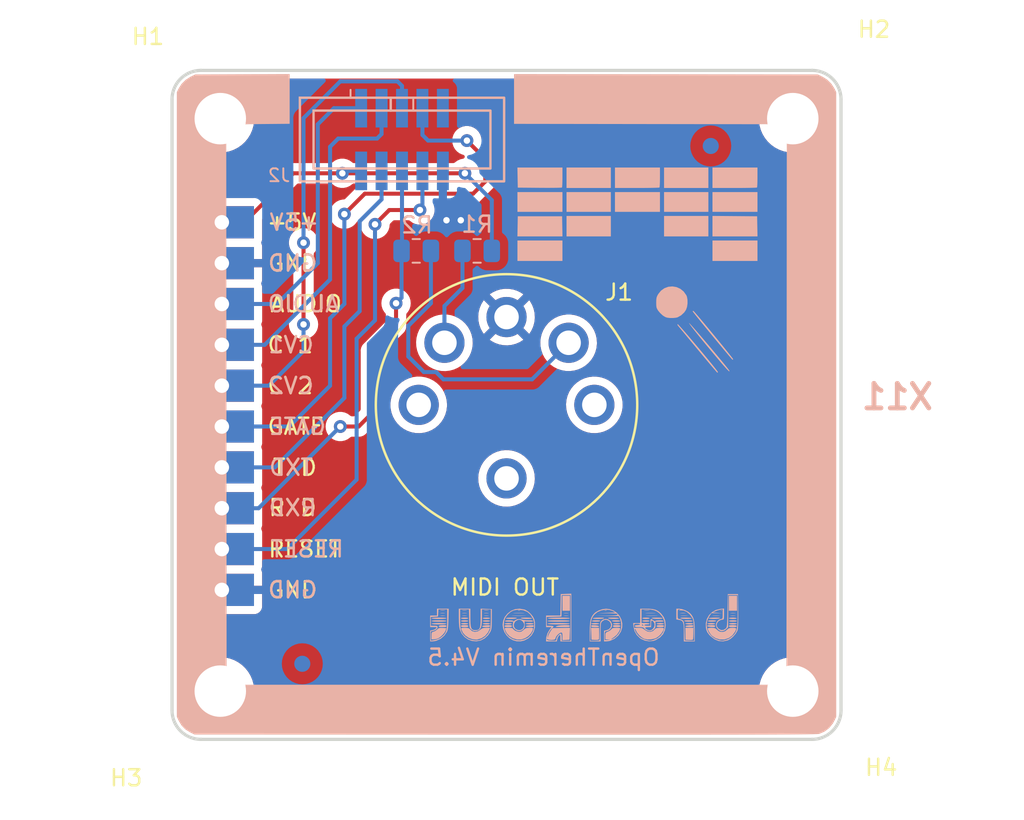
<source format=kicad_pcb>
(kicad_pcb (version 20211014) (generator pcbnew)
  (layers (0 "F.Cu" signal) (31 "B.Cu" signal) (34 "B.Paste" user) (35 "F.Paste" user) (36 "B.SilkS" user "B.Silkscreen") (37 "F.SilkS" user "F.Silkscreen") (38 "B.Mask" user) (39 "F.Mask" user) (44 "Edge.Cuts" user))
  (net 0 "")
  (net 2 "GND")
  (net 3 "Net-(J1-Pad2)")
  (net 4 "Net-(J1-Pad4)")
  (net 7 "AUDIO")
  (net 8 "+5V")
  (net 9 "CV1")
  (net 10 "TXD")
  (net 11 "CV2")
  (net 12 "RXD")
  (net 13 "GATE")
  (net 14 "RESET")
  (footprint "MountingHole:MountingHole_3.2mm_M3" (layer "F.Cu") (at 117.8 117.8)
    (fp_text reference "H4" (at 5.5 4.75) (layer "F.SilkS"))
    (fp_text value "MountingHole")
    (pad "" np_thru_hole circle (at 0 0) (size 3.2 3.2) (drill 3.2) (layers *.Cu *.Mask))
  )
  (footprint "GaudiLabsFootPrints:PAD_SMD_4x2mm_ThroughHole" (layer "F.Cu") (at 82.296 106.426)
    (fp_text reference "X6" hide)
    (fp_text value "RXD" (at 4.404 -0.026) (layer "B.SilkS") (effects (justify mirror)))
    (pad "1" thru_hole rect (at 0 0) (size 4 2) (drill 0.9) (layers *.Cu *.Mask) (net 12 "RXD"))
  )
  (footprint "MountingHole:MountingHole_3.2mm_M3" (layer "F.Cu") (at 117.8 82.2)
    (fp_text reference "H2" (at 5.05 -5.55) (layer "F.SilkS"))
    (fp_text value "MountingHole")
    (pad "" np_thru_hole circle (at 0 0) (size 3.2 3.2) (drill 3.2) (layers *.Cu *.Mask))
  )
  (footprint "MountingHole:MountingHole_3.2mm_M3" (layer "F.Cu") (at 82.2 82.2)
    (fp_text reference "H1" (at -4.5 -5.1) (layer "F.SilkS"))
    (fp_text value "MountingHole")
    (pad "" np_thru_hole circle (at 0 0) (size 3.2 3.2) (drill 3.2) (layers *.Cu *.Mask))
  )
  (footprint "GaudiLabsFootPrints:CONN6_SD-50BV_CUD" (layer "F.Cu") (at 100 100)
    (fp_text reference "J1" (at 7 -7 unlocked) (layer "F.SilkS"))
    (fp_text value "SD-50BV")
    (pad "1" thru_hole circle (at 5.461 0 270) (size 2.5 2.5) (drill 1.524) (layers *.Cu *.Mask))
    (pad "2" thru_hole circle (at 3.861511 -3.861511 315) (size 2.5 2.5) (drill 1.524) (layers *.Cu *.Mask) (net 3 "Net-(J1-Pad2)"))
    (pad "3" thru_hole circle (at 0 -5.461) (size 2.5 2.5) (drill 1.524) (layers *.Cu *.Mask) (net 2 "GND"))
    (pad "4" thru_hole circle (at -3.861511 -3.861511 45) (size 2.5 2.5) (drill 1.524) (layers *.Cu *.Mask) (net 4 "Net-(J1-Pad4)"))
    (pad "5" thru_hole circle (at -5.461 0 270) (size 2.5 2.5) (drill 1.524) (layers *.Cu *.Mask))
    (pad "6" thru_hole circle (at 0 4.572 270) (size 2.5 2.5) (drill 1.524) (layers *.Cu *.Mask))
  )
  (footprint "MountingHole:MountingHole_3.2mm_M3" (layer "F.Cu") (at 82.2 117.8)
    (fp_text reference "H3" (at -5.85 5.4) (layer "F.SilkS"))
    (fp_text value "MountingHole")
    (pad "" np_thru_hole circle (at 0 0) (size 3.2 3.2) (drill 3.2) (layers *.Cu *.Mask))
  )
  (footprint "GaudiLabsFootPrints:PAD_SMD_4x2mm_ThroughHole" (layer "B.Cu") (at 82.296 91.186 180)
    (fp_text reference "X9" (at 0.951 -2.141) (layer "B.SilkS") (effects (justify mirror)))
    (fp_text value "GND" (at -4.404 0) (layer "B.SilkS") (effects (justify mirror)))
    (pad "1" thru_hole rect (at 0 0 180) (size 4 2) (drill 0.9) (layers *.Cu *.Mask) (net 2 "GND"))
  )
  (footprint "GaudiLabsLogos:BreakOut" (layer "B.Cu") (at 100 99.7 180)
    (fp_text reference "X11" (at -24.3 0.2) (layer "B.SilkS") (effects (font (size 1.524 1.524) (thickness 0.3)) (justify mirror)))
    (fp_text value "graphics" hide)
  )
  (footprint "GaudiLabsFootPrints:PAD_SMD_4x2mm_ThroughHole" (layer "B.Cu") (at 82.296 96.266 180)
    (fp_text reference "X3" hide)
    (fp_text value "CV1" (at -4.304 0) (layer "B.SilkS") (effects (justify mirror)))
    (pad "1" thru_hole rect (at 0 0 180) (size 4 2) (drill 0.9) (layers *.Cu *.Mask) (net 9 "CV1"))
  )
  (footprint "GaudiLabsFootPrints:PAD_SMD_4x2mm_ThroughHole" (layer "B.Cu") (at 82.296 111.506 180)
    (fp_text reference "X10" hide)
    (fp_text value "GND" (at -4.404 0.006) (layer "B.SilkS") (effects (justify mirror)))
    (pad "1" thru_hole rect (at 0 0 180) (size 4 2) (drill 0.9) (layers *.Cu *.Mask) (net 2 "GND"))
  )
  (footprint "GaudiLabsFootPrints:PAD_SMD_4x2mm_ThroughHole" (layer "B.Cu") (at 82.296 108.966 180)
    (fp_text reference "X8" hide)
    (fp_text value "RESET" (at -5.304 0) (layer "B.SilkS") (effects (justify mirror)))
    (pad "1" thru_hole rect (at 0 0 180) (size 4 2) (drill 0.9) (layers *.Cu *.Mask) (net 14 "RESET"))
  )
  (footprint "Resistor_SMD:R_0805_2012Metric" (layer "B.Cu") (at 98.171 90.424 180)
    (fp_text reference "R1" (at 0 1.65) (layer "B.SilkS") (effects (justify mirror)))
    (fp_text value "220R")
    (pad "1" smd roundrect (at -0.9125 0 180) (size 1.025 1.4) (layers "B.Cu" "B.Paste" "B.Mask") (roundrect_rratio 0.243902439) (net 8 "+5V"))
    (pad "2" smd roundrect (at 0.9125 0 180) (size 1.025 1.4) (layers "B.Cu" "B.Paste" "B.Mask") (roundrect_rratio 0.243902439) (net 4 "Net-(J1-Pad4)"))
  )
  (footprint "GaudiLabsFootPrints:PAD_SMD_4x2mm_ThroughHole" (layer "B.Cu") (at 82.296 103.886 180)
    (fp_text reference "X4" hide)
    (fp_text value "TXD" (at -4.304 0) (layer "B.SilkS") (effects (justify mirror)))
    (pad "1" thru_hole rect (at 0 0 180) (size 4 2) (drill 0.9) (layers *.Cu *.Mask) (net 10 "TXD"))
  )
  (footprint "GaudiLabsFootPrints:PAD_SMD_4x2mm_ThroughHole" (layer "B.Cu") (at 82.296 101.346 180)
    (fp_text reference "X7" hide)
    (fp_text value "GATE" (at -4.704 0) (layer "B.SilkS") (effects (justify mirror)))
    (pad "1" thru_hole rect (at 0 0 180) (size 4 2) (drill 0.9) (layers *.Cu *.Mask) (net 13 "GATE"))
  )
  (footprint "GaudiLabsFootPrints:Fiducial_1mm_Dia_2.54mm_Outer_CopperBottom" (layer "B.Cu") (at 112.7 83.9 180)
    (fp_text reference "FID2" hide)
    (fp_text value "Fiducial")
    (pad "~" smd circle locked (at 0 0 180) (size 1 1) (layers "B.Cu" "B.Mask") (clearance 0.77))
  )
  (footprint "Resistor_SMD:R_0805_2012Metric" (layer "B.Cu") (at 94.3845 90.424)
    (fp_text reference "R2" (at 0.0455 -1.604) (layer "B.SilkS") (effects (justify mirror)))
    (fp_text value "220R")
    (pad "1" smd roundrect (at -0.9125 0) (size 1.025 1.4) (layers "B.Cu" "B.Paste" "B.Mask") (roundrect_rratio 0.243902439) (net 12 "RXD"))
    (pad "2" smd roundrect (at 0.9125 0) (size 1.025 1.4) (layers "B.Cu" "B.Paste" "B.Mask") (roundrect_rratio 0.243902439) (net 3 "Net-(J1-Pad2)"))
  )
  (footprint "GaudiLabsFootPrints:PAD_SMD_4x2mm_ThroughHole" (layer "B.Cu") (at 82.296 98.806 180)
    (fp_text reference "X5" hide)
    (fp_text value "CV2" (at -4.304 0) (layer "B.SilkS") (effects (justify mirror)))
    (pad "1" thru_hole rect (at 0 0 180) (size 4 2) (drill 0.9) (layers *.Cu *.Mask) (net 11 "CV2"))
  )
  (footprint "GaudiLabsFootPrints:PAD_SMD_4x2mm_ThroughHole" (layer "B.Cu") (at 82.296 93.726 180)
    (fp_text reference "X1" hide)
    (fp_text value "AUDIO" (at -5.08 0) (layer "B.SilkS") (effects (justify mirror)))
    (pad "1" thru_hole rect (at 0 0 180) (size 4 2) (drill 0.9) (layers *.Cu *.Mask) (net 7 "AUDIO"))
  )
  (footprint "GaudiLabsFootPrints:Fiducial_1mm_Dia_2.54mm_Outer_CopperBottom" (layer "B.Cu") (at 87.3 116.1 180)
    (fp_text reference "FID1" hide)
    (fp_text value "Fiducial")
    (pad "~" smd circle locked (at 0 0 180) (size 1 1) (layers "B.Cu" "B.Mask") (clearance 0.77))
  )
  (footprint "GaudiLabsFootPrints:PAD_SMD_4x2mm_ThroughHole" (layer "B.Cu") (at 82.296 88.646 180)
    (fp_text reference "X2" hide)
    (fp_text value "+5V" (at -4.504 0) (layer "B.SilkS") (effects (justify mirror)))
    (pad "1" thru_hole rect (at 0 0 180) (size 4 2) (drill 0.9) (layers *.Cu *.Mask) (net 8 "+5V"))
  )
  (footprint "GaudiLabsFootPrints:OTBreakOut_2x05_P1.27mm_Vertical_SMD" (layer "B.Cu") (at 93.5 83.5 -90)
    (fp_text reference "J2" (at 2.225 7.648) (layer "B.SilkS") (effects (font (size 0.8 0.8) (thickness 0.12)) (justify mirror)))
    (fp_text value "Conn_02x05_Odd_Even")
    (pad "1" smd rect (at -1.95 2.54 270) (size 2.4 0.74) (layers "B.Cu" "B.Paste" "B.Mask") (net 7 "AUDIO"))
    (pad "2" smd rect (at 1.95 2.54 270) (size 2.4 0.74) (layers "B.Cu" "B.Paste" "B.Mask") (net 8 "+5V"))
    (pad "3" smd rect (at -1.95 1.27 270) (size 2.4 0.74) (layers "B.Cu" "B.Paste" "B.Mask") (net 9 "CV1"))
    (pad "4" smd rect (at 1.95 1.27 270) (size 2.4 0.74) (layers "B.Cu" "B.Paste" "B.Mask") (net 10 "TXD"))
    (pad "5" smd rect (at -1.95 0 270) (size 2.4 0.74) (layers "B.Cu" "B.Paste" "B.Mask") (net 11 "CV2"))
    (pad "6" smd rect (at 1.95 0 270) (size 2.4 0.74) (layers "B.Cu" "B.Paste" "B.Mask") (net 12 "RXD"))
    (pad "7" smd rect (at -1.95 -1.27 270) (size 2.4 0.74) (layers "B.Cu" "B.Paste" "B.Mask") (net 13 "GATE"))
    (pad "8" smd rect (at 1.95 -1.27 270) (size 2.4 0.74) (layers "B.Cu" "B.Paste" "B.Mask") (net 14 "RESET"))
    (pad "9" smd rect (at -1.95 -2.54 270) (size 2.4 0.74) (layers "B.Cu" "B.Paste" "B.Mask"))
    (pad "10" smd rect (at 1.95 -2.54 270) (size 2.4 0.74) (layers "B.Cu" "B.Paste" "B.Mask") (net 2 "GND"))
  )
  (gr_arc (start 120.8 119) (mid 120.272792 120.272792) (end 119 120.8) (layer "Edge.Cuts") (width 0.2))
  (gr_line (start 120.8 119) (end 120.8 81) (layer "Edge.Cuts") (width 0.2))
  (gr_line (start 81 120.8) (end 119 120.8) (layer "Edge.Cuts") (width 0.2))
  (gr_arc (start 79.2 81) (mid 79.727208 79.727208) (end 81 79.2) (layer "Edge.Cuts") (width 0.2))
  (gr_line (start 79.2 81) (end 79.2 119) (layer "Edge.Cuts") (width 0.2))
  (gr_arc (start 81 120.8) (mid 79.727208 120.272792) (end 79.2 119) (layer "Edge.Cuts") (width 0.2))
  (gr_arc (start 119 79.2) (mid 120.272792 79.727208) (end 120.8 81) (layer "Edge.Cuts") (width 0.2))
  (gr_line (start 119 79.2) (end 81 79.2) (layer "Edge.Cuts") (width 0.2))
  (gr_text "V1.0, 2025" (at 118.9 109.8 90) (layer "B.SilkS") (effects (font (size 0.8 0.8) (thickness 0.1)) (justify mirror)))
  (gr_text "OpenTheremin V4.5" (at 102.3 115.7) (layer "B.SilkS") (effects (font (size 1 1)) (justify mirror)))
  (gr_text "RESET" (at 87.46 108.97) (layer "F.SilkS") (effects (font (size 1 1))))
  (gr_text "CV2" (at 86.55 98.81) (layer "F.SilkS") (effects (font (size 1 1))))
  (gr_text "AUDIO" (at 87.54 93.72) (layer "F.SilkS") (effects (font (size 1 1))))
  (gr_text "RXD" (at 86.7 106.4) (layer "F.SilkS") (effects (font (size 1 1))))
  (gr_text "CV1" (at 86.55 96.27) (layer "F.SilkS") (effects (font (size 1 1))))
  (gr_text "GND" (at 86.7 111.51) (layer "F.SilkS") (effects (font (size 1 1))))
  (gr_text "+5V" (at 86.64 88.64) (layer "F.SilkS") (effects (font (size 1 1))))
  (gr_text "TXD" (at 86.84 103.89) (layer "F.SilkS") (effects (font (size 1 1))))
  (gr_text "GATE" (at 86.91 101.34) (layer "F.SilkS") (effects (font (size 1 1))))
  (gr_text "GND" (at 86.7 91.19) (layer "F.SilkS") (effects (font (size 1 1))))
  (gr_text "MIDI OUT" (at 99.9 111.34) (layer "F.SilkS") (effects (font (size 1 1))))
  (segment (start 97.155 88.519) (end 96.266 88.519) (width 0.25) (layer "F.Cu") (net 2))
  (via (at 97.155 88.519) (size 0.8) (drill 0.4) (layers "F.Cu" "B.Cu") (net 2))
  (via (at 96.266 88.519) (size 0.8) (drill 0.4) (layers "F.Cu" "B.Cu") (net 2))
  (segment (start 96.04 88.293) (end 96.266 88.519) (width 0.25) (layer "B.Cu") (net 2))
  (segment (start 96.04 85.45) (end 96.04 88.293) (width 0.25) (layer "B.Cu") (net 2))
  (segment (start 95.297 93.683) (end 93.89 95.09) (width 0.25) (layer "B.Cu") (net 3))
  (segment (start 93.89 96.99) (end 94.86 97.96) (width 0.25) (layer "B.Cu") (net 3))
  (segment (start 101.59 98.41) (end 103.861511 96.138489) (width 0.25) (layer "B.Cu") (net 3))
  (segment (start 94.86 97.96) (end 95.62 97.96) (width 0.25) (layer "B.Cu") (net 3))
  (segment (start 95.62 97.96) (end 96.07 98.41) (width 0.25) (layer "B.Cu") (net 3))
  (segment (start 95.297 90.424) (end 95.297 93.683) (width 0.25) (layer "B.Cu") (net 3))
  (segment (start 96.07 98.41) (end 101.59 98.41) (width 0.25) (layer "B.Cu") (net 3))
  (segment (start 93.89 95.09) (end 93.89 96.99) (width 0.25) (layer "B.Cu") (net 3))
  (segment (start 97.2585 90.424) (end 97.2585 92.7335) (width 0.25) (layer "B.Cu") (net 4))
  (segment (start 96.138489 93.853511) (end 96.138489 96.138489) (width 0.25) (layer "B.Cu") (net 4))
  (segment (start 97.2585 92.7335) (end 96.138489 93.853511) (width 0.25) (layer "B.Cu") (net 4))
  (segment (start 88.265 82.55) (end 89.265 81.55) (width 0.25) (layer "B.Cu") (net 7))
  (segment (start 85.725 93.726) (end 88.265 91.186) (width 0.25) (layer "B.Cu") (net 7))
  (segment (start 82.296 93.726) (end 85.725 93.726) (width 0.25) (layer "B.Cu") (net 7))
  (segment (start 88.265 91.186) (end 88.265 82.55) (width 0.25) (layer "B.Cu") (net 7))
  (segment (start 89.265 81.55) (end 90.96 81.55) (width 0.25) (layer "B.Cu") (net 7))
  (segment (start 86.741 85.598) (end 83.693 88.646) (width 0.25) (layer "F.Cu") (net 8))
  (segment (start 83.693 88.646) (end 82.296 88.646) (width 0.25) (layer "F.Cu") (net 8))
  (segment (start 89.789 85.598) (end 97.409 85.598) (width 0.25) (layer "F.Cu") (net 8))
  (segment (start 89.789 85.598) (end 86.741 85.598) (width 0.25) (layer "F.Cu") (net 8))
  (via (at 97.409 85.598) (size 0.8) (drill 0.4) (layers "F.Cu" "B.Cu") (net 8))
  (via (at 89.789 85.598) (size 0.8) (drill 0.4) (layers "F.Cu" "B.Cu") (net 8))
  (segment (start 89.937 85.45) (end 89.789 85.598) (width 0.25) (layer "B.Cu") (net 8))
  (segment (start 90.96 85.45) (end 89.937 85.45) (width 0.25) (layer "B.Cu") (net 8))
  (segment (start 97.409 85.598) (end 99.0835 87.2725) (width 0.25) (layer "B.Cu") (net 8))
  (segment (start 99.0835 87.2725) (end 99.0835 90.424) (width 0.25) (layer "B.Cu") (net 8))
  (segment (start 84.963 96.266) (end 89.027 92.202) (width 0.25) (layer "B.Cu") (net 9))
  (segment (start 92.23 83.157) (end 92.23 81.55) (width 0.25) (layer "B.Cu") (net 9))
  (segment (start 89.027 92.202) (end 89.027 83.947) (width 0.25) (layer "B.Cu") (net 9))
  (segment (start 82.296 96.266) (end 84.963 96.266) (width 0.25) (layer "B.Cu") (net 9))
  (segment (start 91.948 83.439) (end 92.23 83.157) (width 0.25) (layer "B.Cu") (net 9))
  (segment (start 89.535 83.439) (end 91.948 83.439) (width 0.25) (layer "B.Cu") (net 9))
  (segment (start 89.027 83.947) (end 89.535 83.439) (width 0.25) (layer "B.Cu") (net 9))
  (segment (start 92.23 87.221) (end 90.8685 88.5825) (width 0.25) (layer "B.Cu") (net 10))
  (segment (start 89.916 95.123) (end 89.916 99.568) (width 0.25) (layer "B.Cu") (net 10))
  (segment (start 85.598 103.886) (end 82.296 103.886) (width 0.25) (layer "B.Cu") (net 10))
  (segment (start 89.916 99.568) (end 85.598 103.886) (width 0.25) (layer "B.Cu") (net 10))
  (segment (start 92.23 85.45) (end 92.23 87.221) (width 0.25) (layer "B.Cu") (net 10))
  (segment (start 90.8685 94.1705) (end 89.916 95.123) (width 0.25) (layer "B.Cu") (net 10))
  (segment (start 90.8685 88.5825) (end 90.8685 94.1705) (width 0.25) (layer "B.Cu") (net 10))
  (segment (start 87.376 89.916) (end 87.376 94.996) (width 0.25) (layer "F.Cu") (net 11))
  (via (at 87.376 94.996) (size 0.8) (drill 0.4) (layers "F.Cu" "B.Cu") (net 11))
  (via (at 87.376 89.916) (size 0.8) (drill 0.4) (layers "F.Cu" "B.Cu") (net 11))
  (segment (start 87.376 82.169) (end 87.376 89.916) (width 0.25) (layer "B.Cu") (net 11))
  (segment (start 93.5 80.165) (end 93.218 79.883) (width 0.25) (layer "B.Cu") (net 11))
  (segment (start 82.296 98.806) (end 85.217 98.806) (width 0.25) (layer "B.Cu") (net 11))
  (segment (start 85.217 98.806) (end 87.376 96.647) (width 0.25) (layer "B.Cu") (net 11))
  (segment (start 87.376 96.647) (end 87.376 94.996) (width 0.25) (layer "B.Cu") (net 11))
  (segment (start 93.5 81.55) (end 93.5 80.165) (width 0.25) (layer "B.Cu") (net 11))
  (segment (start 89.662 79.883) (end 87.376 82.169) (width 0.25) (layer "B.Cu") (net 11))
  (segment (start 93.218 79.883) (end 89.662 79.883) (width 0.25) (layer "B.Cu") (net 11))
  (segment (start 93.13 93.68) (end 93.13 95.084) (width 0.25) (layer "F.Cu") (net 12))
  (segment (start 91.567 96.647) (end 91.567 100.584) (width 0.25) (layer "F.Cu") (net 12))
  (segment (start 93.13 95.084) (end 91.567 96.647) (width 0.25) (layer "F.Cu") (net 12))
  (segment (start 90.805 101.346) (end 89.662 101.346) (width 0.25) (layer "F.Cu") (net 12))
  (segment (start 91.567 100.584) (end 90.805 101.346) (width 0.25) (layer "F.Cu") (net 12))
  (via (at 93.13 93.68) (size 0.8) (drill 0.4) (layers "F.Cu" "B.Cu") (net 12))
  (via (at 89.662 101.346) (size 0.8) (drill 0.4) (layers "F.Cu" "B.Cu") (net 12))
  (segment (start 93.5 85.45) (end 93.5 90.396) (width 0.25) (layer "B.Cu") (net 12))
  (segment (start 93.5 90.396) (end 93.472 90.424) (width 0.25) (layer "B.Cu") (net 12))
  (segment (start 82.296 106.426) (end 84.582 106.426) (width 0.25) (layer "B.Cu") (net 12))
  (segment (start 93.472 90.424) (end 93.472 93.338) (width 0.25) (layer "B.Cu") (net 12))
  (segment (start 84.582 106.426) (end 89.662 101.346) (width 0.25) (layer "B.Cu") (net 12))
  (segment (start 93.472 93.338) (end 93.13 93.68) (width 0.25) (layer "B.Cu") (net 12))
  (segment (start 97.536 83.566) (end 98.679 84.709) (width 0.25) (layer "F.Cu") (net 13))
  (segment (start 98.679 84.709) (end 98.679 86.106) (width 0.25) (layer "F.Cu") (net 13))
  (segment (start 97.917 86.868) (end 91.186 86.868) (width 0.25) (layer "F.Cu") (net 13))
  (segment (start 91.186 86.868) (end 89.916 88.138) (width 0.25) (layer "F.Cu") (net 13))
  (segment (start 98.679 86.106) (end 97.917 86.868) (width 0.25) (layer "F.Cu") (net 13))
  (via (at 89.916 88.138) (size 0.8) (drill 0.4) (layers "F.Cu" "B.Cu") (net 13))
  (via (at 97.536 83.566) (size 0.8) (drill 0.4) (layers "F.Cu" "B.Cu") (net 13))
  (segment (start 89.916 93.726) (end 89.027 94.615) (width 0.25) (layer "B.Cu") (net 13))
  (segment (start 89.027 98.806) (end 86.487 101.346) (width 0.25) (layer "B.Cu") (net 13))
  (segment (start 94.77 83.213) (end 94.996 83.439) (width 0.25) (layer "B.Cu") (net 13))
  (segment (start 89.027 94.615) (end 89.027 98.806) (width 0.25) (layer "B.Cu") (net 13))
  (segment (start 95.123 83.566) (end 97.536 83.566) (width 0.25) (layer "B.Cu") (net 13))
  (segment (start 94.996 83.439) (end 95.123 83.566) (width 0.25) (layer "B.Cu") (net 13))
  (segment (start 94.77 81.55) (end 94.77 83.213) (width 0.25) (layer "B.Cu") (net 13))
  (segment (start 86.487 101.346) (end 82.296 101.346) (width 0.25) (layer "B.Cu") (net 13))
  (segment (start 89.916 88.138) (end 89.916 93.726) (width 0.25) (layer "B.Cu") (net 13))
  (segment (start 94.615 87.884) (end 92.71 87.884) (width 0.25) (layer "F.Cu") (net 14))
  (segment (start 92.71 87.884) (end 91.821 88.773) (width 0.25) (layer "F.Cu") (net 14))
  (via (at 94.615 87.884) (size 0.8) (drill 0.4) (layers "F.Cu" "B.Cu") (net 14))
  (via (at 91.821 88.773) (size 0.8) (drill 0.4) (layers "F.Cu" "B.Cu") (net 14))
  (segment (start 90.678 104.648) (end 86.36 108.966) (width 0.25) (layer "B.Cu") (net 14))
  (segment (start 94.77 85.45) (end 94.77 87.729) (width 0.25) (layer "B.Cu") (net 14))
  (segment (start 91.821 88.773) (end 91.821 94.742) (width 0.25) (layer "B.Cu") (net 14))
  (segment (start 90.678 95.885) (end 90.678 104.648) (width 0.25) (layer "B.Cu") (net 14))
  (segment (start 86.36 108.966) (end 82.296 108.966) (width 0.25) (layer "B.Cu") (net 14))
  (segment (start 94.77 87.729) (end 94.615 87.884) (width 0.25) (layer "B.Cu") (net 14))
  (segment (start 91.821 94.742) (end 90.678 95.885) (width 0.25) (layer "B.Cu") (net 14))
  (segment (start 94.77 87.856) (end 94.615 88.011) (width 0.25) (layer "B.Cu") (net 14))
  (zone (net 2) (net_name "GND") (layers F&B.Cu) (connect_pads (clearance 0.508)) (min_thickness 0.254) (fill yes (thermal_gap 0.508) (thermal_bridge_width 0.508))
    (polygon (pts (xy 119.634 79.629) (xy 120.269 80.264) (xy 120.523 81.534) (xy 120.523 119.126) (xy 120.269 119.761) (xy 119.634 120.396) (xy 118.364 120.523) (xy 81.28 120.523) (xy 80.264 120.269) (xy 79.629 119.761) (xy 79.502 118.618) (xy 79.502 80.645) (xy 79.883 80.01) (xy 80.264 79.629) (xy 81.026 79.502) (xy 117.983 79.502)))
  )
)
</source>
